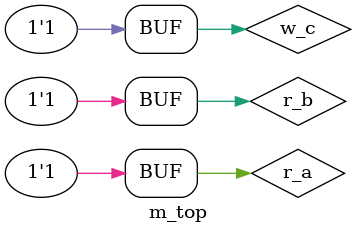
<source format=v>
module m_top();
  reg r_a, r_b;
  wire w_c, w_d;
  assign w_c = r_a | r_b;
  initial begin
         r_a<=0;
    #100 r_a<=0; r_b<=1;
    #100 r_a<=1; r_b<=0;
    #100 r_a<=1; r_b<=1;
  end
  always@(*) #1 $display("%d %d %d %d %d", $time, r_a, r_b, w_c, w_d);
endmodule

</source>
